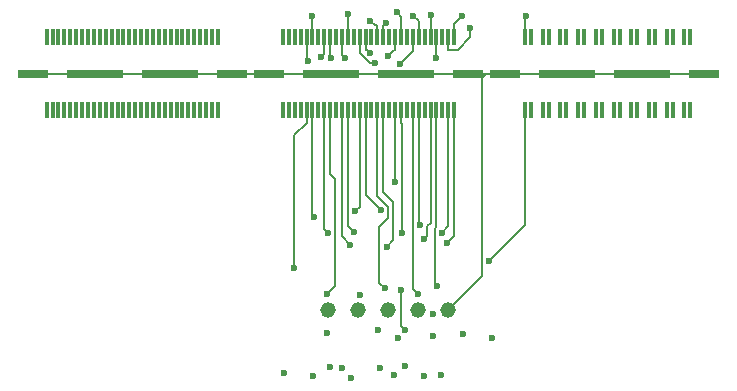
<source format=gbr>
%TF.GenerationSoftware,KiCad,Pcbnew,9.0.6*%
%TF.CreationDate,2026-01-21T19:17:09+09:00*%
%TF.ProjectId,mictorHSMC,6d696374-6f72-4485-934d-432e6b696361,rev?*%
%TF.SameCoordinates,Original*%
%TF.FileFunction,Copper,L4,Bot*%
%TF.FilePolarity,Positive*%
%FSLAX46Y46*%
G04 Gerber Fmt 4.6, Leading zero omitted, Abs format (unit mm)*
G04 Created by KiCad (PCBNEW 9.0.6) date 2026-01-21 19:17:09*
%MOMM*%
%LPD*%
G01*
G04 APERTURE LIST*
%TA.AperFunction,SMDPad,CuDef*%
%ADD10R,0.300000X1.450000*%
%TD*%
%TA.AperFunction,SMDPad,CuDef*%
%ADD11R,4.700000X0.640000*%
%TD*%
%TA.AperFunction,SMDPad,CuDef*%
%ADD12R,2.540000X0.640000*%
%TD*%
%TA.AperFunction,ComponentPad*%
%ADD13C,1.318000*%
%TD*%
%TA.AperFunction,ViaPad*%
%ADD14C,0.600000*%
%TD*%
%TA.AperFunction,Conductor*%
%ADD15C,0.200000*%
%TD*%
G04 APERTURE END LIST*
D10*
%TO.P,J2,1,1*%
%TO.N,unconnected-(J2-Pad1)*%
X185695000Y-86910000D03*
%TO.P,J2,2,2*%
%TO.N,unconnected-(J2-Pad2)*%
X185695000Y-93090000D03*
%TO.P,J2,3,3*%
%TO.N,unconnected-(J2-Pad3)*%
X185195000Y-86910000D03*
%TO.P,J2,4,4*%
%TO.N,unconnected-(J2-Pad4)*%
X185195000Y-93090000D03*
%TO.P,J2,5,5*%
%TO.N,unconnected-(J2-Pad5)*%
X184195000Y-86910000D03*
%TO.P,J2,6,6*%
%TO.N,unconnected-(J2-Pad6)*%
X184195000Y-93090000D03*
%TO.P,J2,7,7*%
%TO.N,unconnected-(J2-Pad7)*%
X183695000Y-86910000D03*
%TO.P,J2,8,8*%
%TO.N,unconnected-(J2-Pad8)*%
X183695000Y-93090000D03*
%TO.P,J2,9,9*%
%TO.N,unconnected-(J2-Pad9)*%
X182695000Y-86910000D03*
%TO.P,J2,10,10*%
%TO.N,unconnected-(J2-Pad10)*%
X182695000Y-93090000D03*
%TO.P,J2,11,11*%
%TO.N,unconnected-(J2-Pad11)*%
X182195000Y-86910000D03*
%TO.P,J2,12,12*%
%TO.N,unconnected-(J2-Pad12)*%
X182195000Y-93090000D03*
%TO.P,J2,13,13*%
%TO.N,unconnected-(J2-Pad13)*%
X181195000Y-86910000D03*
%TO.P,J2,14,14*%
%TO.N,unconnected-(J2-Pad14)*%
X181195000Y-93090000D03*
%TO.P,J2,15,15*%
%TO.N,unconnected-(J2-Pad15)*%
X180695000Y-86910000D03*
%TO.P,J2,16,16*%
%TO.N,unconnected-(J2-Pad16)*%
X180695000Y-93090000D03*
%TO.P,J2,17,17*%
%TO.N,unconnected-(J2-Pad17)*%
X179695000Y-86910000D03*
%TO.P,J2,18,18*%
%TO.N,unconnected-(J2-Pad18)*%
X179695000Y-93090000D03*
%TO.P,J2,19,19*%
%TO.N,unconnected-(J2-Pad19)*%
X179195000Y-86910000D03*
%TO.P,J2,20,20*%
%TO.N,unconnected-(J2-Pad20)*%
X179195000Y-93090000D03*
%TO.P,J2,21,21*%
%TO.N,unconnected-(J2-Pad21)*%
X178195000Y-86910000D03*
%TO.P,J2,22,22*%
%TO.N,unconnected-(J2-Pad22)*%
X178195000Y-93090000D03*
%TO.P,J2,23,23*%
%TO.N,unconnected-(J2-Pad23)*%
X177695000Y-86910000D03*
%TO.P,J2,24,24*%
%TO.N,unconnected-(J2-Pad24)*%
X177695000Y-93090000D03*
%TO.P,J2,25,25*%
%TO.N,unconnected-(J2-Pad25)*%
X176695000Y-86910000D03*
%TO.P,J2,26,26*%
%TO.N,unconnected-(J2-Pad26)*%
X176695000Y-93090000D03*
%TO.P,J2,27,27*%
%TO.N,unconnected-(J2-Pad27)*%
X176195000Y-86910000D03*
%TO.P,J2,28,28*%
%TO.N,unconnected-(J2-Pad28)*%
X176195000Y-93090000D03*
%TO.P,J2,29,29*%
%TO.N,unconnected-(J2-Pad29)*%
X175195000Y-86910000D03*
%TO.P,J2,30,30*%
%TO.N,unconnected-(J2-Pad30)*%
X175195000Y-93090000D03*
%TO.P,J2,31,31*%
%TO.N,unconnected-(J2-Pad31)*%
X174695000Y-86910000D03*
%TO.P,J2,32,32*%
%TO.N,unconnected-(J2-Pad32)*%
X174695000Y-93090000D03*
%TO.P,J2,33,33*%
%TO.N,unconnected-(J2-Pad33)*%
X173695000Y-86910000D03*
%TO.P,J2,34,34*%
%TO.N,unconnected-(J2-Pad34)*%
X173695000Y-93090000D03*
%TO.P,J2,35,35*%
%TO.N,unconnected-(J2-Pad35)*%
X173195000Y-86910000D03*
%TO.P,J2,36,36*%
%TO.N,unconnected-(J2-Pad36)*%
X173195000Y-93090000D03*
%TO.P,J2,37,37*%
%TO.N,unconnected-(J2-Pad37)*%
X172195000Y-86910000D03*
%TO.P,J2,38,38*%
%TO.N,unconnected-(J2-Pad38)*%
X172195000Y-93090000D03*
%TO.P,J2,39,39*%
%TO.N,HSM_CLKOUT0*%
X171695000Y-86910000D03*
%TO.P,J2,40,40*%
%TO.N,HSM_CLKIN0*%
X171695000Y-93090000D03*
%TO.P,J2,41,41*%
%TO.N,HSM_D0*%
X165695000Y-86910000D03*
%TO.P,J2,42,42*%
%TO.N,HSM_D1*%
X165695000Y-93090000D03*
%TO.P,J2,43,43*%
%TO.N,HSM_D2*%
X165195000Y-86910000D03*
%TO.P,J2,44,44*%
%TO.N,HSM_D3*%
X165195000Y-93090000D03*
%TO.P,J2,45,45*%
%TO.N,unconnected-(J2-Pad45)*%
X164695000Y-86910000D03*
%TO.P,J2,46,46*%
%TO.N,unconnected-(J2-Pad46)*%
X164695000Y-93090000D03*
%TO.P,J2,47,47*%
%TO.N,HSM_D4*%
X164195000Y-86910000D03*
%TO.P,J2,48,48*%
%TO.N,HSM_D5*%
X164195000Y-93090000D03*
%TO.P,J2,49,49*%
%TO.N,HSM_D6*%
X163695000Y-86910000D03*
%TO.P,J2,50,50*%
%TO.N,HSM_D7*%
X163695000Y-93090000D03*
%TO.P,J2,51,51*%
%TO.N,unconnected-(J2-Pad51)*%
X163195000Y-86910000D03*
%TO.P,J2,52,52*%
%TO.N,unconnected-(J2-Pad52)*%
X163195000Y-93090000D03*
%TO.P,J2,53,53*%
%TO.N,HSM_D8*%
X162695000Y-86910000D03*
%TO.P,J2,54,54*%
%TO.N,HSM_D9*%
X162695000Y-93090000D03*
%TO.P,J2,55,55*%
%TO.N,HSM_D10*%
X162195000Y-86910000D03*
%TO.P,J2,56,56*%
%TO.N,HSM_D11*%
X162195000Y-93090000D03*
%TO.P,J2,57,57*%
%TO.N,unconnected-(J2-Pad57)*%
X161695000Y-86910000D03*
%TO.P,J2,58,58*%
%TO.N,unconnected-(J2-Pad58)*%
X161695000Y-93090000D03*
%TO.P,J2,59,59*%
%TO.N,HSM_D12*%
X161195000Y-86910000D03*
%TO.P,J2,60,60*%
%TO.N,HSM_D13*%
X161195000Y-93090000D03*
%TO.P,J2,61,61*%
%TO.N,HSM_D14*%
X160695000Y-86910000D03*
%TO.P,J2,62,62*%
%TO.N,HSM_D15*%
X160695000Y-93090000D03*
%TO.P,J2,63,63*%
%TO.N,unconnected-(J2-Pad63)*%
X160195000Y-86910000D03*
%TO.P,J2,64,64*%
%TO.N,unconnected-(J2-Pad64)*%
X160195000Y-93090000D03*
%TO.P,J2,65,65*%
%TO.N,HSM_D16*%
X159695000Y-86910000D03*
%TO.P,J2,66,66*%
%TO.N,HSM_D17*%
X159695000Y-93090000D03*
%TO.P,J2,67,67*%
%TO.N,HSM_D18*%
X159195000Y-86910000D03*
%TO.P,J2,68,68*%
%TO.N,HSM_D19*%
X159195000Y-93090000D03*
%TO.P,J2,69,69*%
%TO.N,unconnected-(J2-Pad69)*%
X158695000Y-86910000D03*
%TO.P,J2,70,70*%
%TO.N,unconnected-(J2-Pad70)*%
X158695000Y-93090000D03*
%TO.P,J2,71,71*%
%TO.N,HSM_D20*%
X158195000Y-86910000D03*
%TO.P,J2,72,72*%
%TO.N,HSM_D21*%
X158195000Y-93090000D03*
%TO.P,J2,73,73*%
%TO.N,HSM_D22*%
X157695000Y-86910000D03*
%TO.P,J2,74,74*%
%TO.N,HSM_D23*%
X157695000Y-93090000D03*
%TO.P,J2,75,75*%
%TO.N,unconnected-(J2-Pad75)*%
X157195000Y-86910000D03*
%TO.P,J2,76,76*%
%TO.N,unconnected-(J2-Pad76)*%
X157195000Y-93090000D03*
%TO.P,J2,77,77*%
%TO.N,HSM_D24*%
X156695000Y-86910000D03*
%TO.P,J2,78,78*%
%TO.N,HSM_D25*%
X156695000Y-93090000D03*
%TO.P,J2,79,79*%
%TO.N,HSM_D26*%
X156195000Y-86910000D03*
%TO.P,J2,80,80*%
%TO.N,HSM_D27*%
X156195000Y-93090000D03*
%TO.P,J2,81,81*%
%TO.N,unconnected-(J2-Pad81)*%
X155695000Y-86910000D03*
%TO.P,J2,82,82*%
%TO.N,unconnected-(J2-Pad82)*%
X155695000Y-93090000D03*
%TO.P,J2,83,83*%
%TO.N,HSM_D28*%
X155195000Y-86910000D03*
%TO.P,J2,84,84*%
%TO.N,HSM_D29*%
X155195000Y-93090000D03*
%TO.P,J2,85,85*%
%TO.N,HSM_D30*%
X154695000Y-86910000D03*
%TO.P,J2,86,86*%
%TO.N,HSM_D31*%
X154695000Y-93090000D03*
%TO.P,J2,87,87*%
%TO.N,unconnected-(J2-Pad87)*%
X154195000Y-86910000D03*
%TO.P,J2,88,88*%
%TO.N,unconnected-(J2-Pad88)*%
X154195000Y-93090000D03*
%TO.P,J2,89,89*%
%TO.N,HSM_D32*%
X153695000Y-86910000D03*
%TO.P,J2,90,90*%
%TO.N,HSM_D33*%
X153695000Y-93090000D03*
%TO.P,J2,91,91*%
%TO.N,HSM_D34*%
X153195000Y-86910000D03*
%TO.P,J2,92,92*%
%TO.N,HSM_D35*%
X153195000Y-93090000D03*
%TO.P,J2,93,93*%
%TO.N,unconnected-(J2-Pad93)*%
X152695000Y-86910000D03*
%TO.P,J2,94,94*%
%TO.N,unconnected-(J2-Pad94)*%
X152695000Y-93090000D03*
%TO.P,J2,95,95*%
%TO.N,unconnected-(J2-Pad95)*%
X152195000Y-86910000D03*
%TO.P,J2,96,96*%
%TO.N,unconnected-(J2-Pad96)*%
X152195000Y-93090000D03*
%TO.P,J2,97,97*%
%TO.N,unconnected-(J2-Pad97)*%
X151695000Y-86910000D03*
%TO.P,J2,98,98*%
%TO.N,unconnected-(J2-Pad98)*%
X151695000Y-93090000D03*
%TO.P,J2,99,99*%
%TO.N,unconnected-(J2-Pad99)*%
X151195000Y-86910000D03*
%TO.P,J2,100,100*%
%TO.N,unconnected-(J2-Pad100)*%
X151195000Y-93090000D03*
%TO.P,J2,101,101*%
%TO.N,unconnected-(J2-Pad101)*%
X145695000Y-86910000D03*
%TO.P,J2,102,102*%
%TO.N,unconnected-(J2-Pad102)*%
X145695000Y-93090000D03*
%TO.P,J2,103,103*%
%TO.N,unconnected-(J2-Pad103)*%
X145195000Y-86910000D03*
%TO.P,J2,104,104*%
%TO.N,unconnected-(J2-Pad104)*%
X145195000Y-93090000D03*
%TO.P,J2,105,105*%
%TO.N,unconnected-(J2-Pad105)*%
X144695000Y-86910000D03*
%TO.P,J2,106,106*%
%TO.N,unconnected-(J2-Pad106)*%
X144695000Y-93090000D03*
%TO.P,J2,107,107*%
%TO.N,unconnected-(J2-Pad107)*%
X144195000Y-86910000D03*
%TO.P,J2,108,108*%
%TO.N,unconnected-(J2-Pad108)*%
X144195000Y-93090000D03*
%TO.P,J2,109,109*%
%TO.N,unconnected-(J2-Pad109)*%
X143695000Y-86910000D03*
%TO.P,J2,110,110*%
%TO.N,unconnected-(J2-Pad110)*%
X143695000Y-93090000D03*
%TO.P,J2,111,111*%
%TO.N,unconnected-(J2-Pad111)*%
X143195000Y-86910000D03*
%TO.P,J2,112,112*%
%TO.N,unconnected-(J2-Pad112)*%
X143195000Y-93090000D03*
%TO.P,J2,113,113*%
%TO.N,unconnected-(J2-Pad113)*%
X142695000Y-86910000D03*
%TO.P,J2,114,114*%
%TO.N,unconnected-(J2-Pad114)*%
X142695000Y-93090000D03*
%TO.P,J2,115,115*%
%TO.N,unconnected-(J2-Pad115)*%
X142195000Y-86910000D03*
%TO.P,J2,116,116*%
%TO.N,unconnected-(J2-Pad116)*%
X142195000Y-93090000D03*
%TO.P,J2,117,117*%
%TO.N,unconnected-(J2-Pad117)*%
X141695000Y-86910000D03*
%TO.P,J2,118,118*%
%TO.N,unconnected-(J2-Pad118)*%
X141695000Y-93090000D03*
%TO.P,J2,119,119*%
%TO.N,unconnected-(J2-Pad119)*%
X141195000Y-86910000D03*
%TO.P,J2,120,120*%
%TO.N,unconnected-(J2-Pad120)*%
X141195000Y-93090000D03*
%TO.P,J2,121,121*%
%TO.N,unconnected-(J2-Pad121)*%
X140695000Y-86910000D03*
%TO.P,J2,122,122*%
%TO.N,unconnected-(J2-Pad122)*%
X140695000Y-93090000D03*
%TO.P,J2,123,123*%
%TO.N,unconnected-(J2-Pad123)*%
X140195000Y-86910000D03*
%TO.P,J2,124,124*%
%TO.N,unconnected-(J2-Pad124)*%
X140195000Y-93090000D03*
%TO.P,J2,125,125*%
%TO.N,unconnected-(J2-Pad125)*%
X139695000Y-86910000D03*
%TO.P,J2,126,126*%
%TO.N,unconnected-(J2-Pad126)*%
X139695000Y-93090000D03*
%TO.P,J2,127,127*%
%TO.N,unconnected-(J2-Pad127)*%
X139195000Y-86910000D03*
%TO.P,J2,128,128*%
%TO.N,unconnected-(J2-Pad128)*%
X139195000Y-93090000D03*
%TO.P,J2,129,129*%
%TO.N,unconnected-(J2-Pad129)*%
X138695000Y-86910000D03*
%TO.P,J2,130,130*%
%TO.N,unconnected-(J2-Pad130)*%
X138695000Y-93090000D03*
%TO.P,J2,131,131*%
%TO.N,unconnected-(J2-Pad131)*%
X138195000Y-86910000D03*
%TO.P,J2,132,132*%
%TO.N,unconnected-(J2-Pad132)*%
X138195000Y-93090000D03*
%TO.P,J2,133,133*%
%TO.N,unconnected-(J2-Pad133)*%
X137695000Y-86910000D03*
%TO.P,J2,134,134*%
%TO.N,unconnected-(J2-Pad134)*%
X137695000Y-93090000D03*
%TO.P,J2,135,135*%
%TO.N,unconnected-(J2-Pad135)*%
X137195000Y-86910000D03*
%TO.P,J2,136,136*%
%TO.N,unconnected-(J2-Pad136)*%
X137195000Y-93090000D03*
%TO.P,J2,137,137*%
%TO.N,unconnected-(J2-Pad137)*%
X136695000Y-86910000D03*
%TO.P,J2,138,138*%
%TO.N,unconnected-(J2-Pad138)*%
X136695000Y-93090000D03*
%TO.P,J2,139,139*%
%TO.N,unconnected-(J2-Pad139)*%
X136195000Y-86910000D03*
%TO.P,J2,140,140*%
%TO.N,unconnected-(J2-Pad140)*%
X136195000Y-93090000D03*
%TO.P,J2,141,141*%
%TO.N,unconnected-(J2-Pad141)*%
X135695000Y-86910000D03*
%TO.P,J2,142,142*%
%TO.N,unconnected-(J2-Pad142)*%
X135695000Y-93090000D03*
%TO.P,J2,143,143*%
%TO.N,unconnected-(J2-Pad143)*%
X135195000Y-86910000D03*
%TO.P,J2,144,144*%
%TO.N,unconnected-(J2-Pad144)*%
X135195000Y-93090000D03*
%TO.P,J2,145,145*%
%TO.N,unconnected-(J2-Pad145)*%
X134695000Y-86910000D03*
%TO.P,J2,146,146*%
%TO.N,unconnected-(J2-Pad146)*%
X134695000Y-93090000D03*
%TO.P,J2,147,147*%
%TO.N,unconnected-(J2-Pad147)*%
X134195000Y-86910000D03*
%TO.P,J2,148,148*%
%TO.N,unconnected-(J2-Pad148)*%
X134195000Y-93090000D03*
%TO.P,J2,149,149*%
%TO.N,unconnected-(J2-Pad149)*%
X133695000Y-86910000D03*
%TO.P,J2,150,150*%
%TO.N,unconnected-(J2-Pad150)*%
X133695000Y-93090000D03*
%TO.P,J2,151,151*%
%TO.N,unconnected-(J2-Pad151)*%
X133195000Y-86910000D03*
%TO.P,J2,152,152*%
%TO.N,unconnected-(J2-Pad152)*%
X133195000Y-93090000D03*
%TO.P,J2,153,153*%
%TO.N,unconnected-(J2-Pad153)*%
X132695000Y-86910000D03*
%TO.P,J2,154,154*%
%TO.N,unconnected-(J2-Pad154)*%
X132695000Y-93090000D03*
%TO.P,J2,155,155*%
%TO.N,unconnected-(J2-Pad155)*%
X132195000Y-86910000D03*
%TO.P,J2,156,156*%
%TO.N,unconnected-(J2-Pad156)*%
X132195000Y-93090000D03*
%TO.P,J2,157,157*%
%TO.N,unconnected-(J2-Pad157)*%
X131695000Y-86910000D03*
%TO.P,J2,158,158*%
%TO.N,unconnected-(J2-Pad158)*%
X131695000Y-93090000D03*
%TO.P,J2,159,159*%
%TO.N,unconnected-(J2-Pad159)*%
X131195000Y-86910000D03*
%TO.P,J2,160,160*%
%TO.N,unconnected-(J2-Pad160)*%
X131195000Y-93090000D03*
D11*
%TO.P,J2,S6,SHIELD*%
%TO.N,GND*%
X161620000Y-90000000D03*
%TO.P,J2,S7,SHIELD*%
X155270000Y-90000000D03*
D12*
%TO.P,J2,S5,SHIELD*%
X166890000Y-90000000D03*
%TO.P,J2,S4,SHIELD*%
X170000000Y-90000000D03*
%TO.P,J2,S8,SHIELD*%
X150000000Y-90000000D03*
D11*
%TO.P,J2,S3,SHIELD*%
X175270000Y-90000000D03*
%TO.P,J2,S2,SHIELD*%
X181620000Y-90000000D03*
D12*
%TO.P,J2,S1,SHIELD*%
X186890000Y-90000000D03*
%TO.P,J2,S9,SHIELD*%
X146890000Y-90000000D03*
D11*
%TO.P,J2,S10,SHIELD*%
X141620000Y-90000000D03*
%TO.P,J2,S11,SHIELD*%
X135270000Y-90000000D03*
D12*
%TO.P,J2,S12,SHIELD*%
X130000000Y-90000000D03*
%TD*%
D13*
%TO.P,J1,S1,SHIELD*%
%TO.N,GND*%
X165160000Y-110000000D03*
%TO.P,J1,S2,SHIELD*%
X162620000Y-110000000D03*
%TO.P,J1,S3,SHIELD*%
X160080000Y-110000000D03*
%TO.P,J1,S4,SHIELD*%
X157540000Y-110000000D03*
%TO.P,J1,S5,SHIELD*%
X155000000Y-110000000D03*
%TD*%
D14*
%TO.N,HSM_D29*%
X154928200Y-108659400D03*
%TO.N,HSM_D6*%
X163889700Y-110307000D03*
X163733900Y-85037500D03*
%TO.N,HSM_D1*%
X165110100Y-104330800D03*
%TO.N,HSM_D9*%
X162821800Y-102830400D03*
%TO.N,HSM_D2*%
X164620200Y-115506500D03*
X167053500Y-86109400D03*
%TO.N,HSM_D18*%
X158608800Y-85491100D03*
X159395800Y-114861900D03*
%TO.N,HSM_D30*%
X155184300Y-114776100D03*
X154441900Y-88564100D03*
%TO.N,HSM_D25*%
X157207400Y-103392800D03*
%TO.N,HSM_D28*%
X155299000Y-88657500D03*
X154915900Y-111960200D03*
%TO.N,HSM_D33*%
X153793800Y-102123100D03*
%TO.N,HSM_D24*%
X156695000Y-84930900D03*
X157000800Y-115756700D03*
%TO.N,HSM_D31*%
X154984600Y-103435700D03*
%TO.N,HSM_D19*%
X159830200Y-108161200D03*
%TO.N,HSM_D10*%
X161149600Y-89144700D03*
X161208400Y-108315900D03*
X161508600Y-111684700D03*
%TO.N,HSM_D11*%
X162627500Y-108623700D03*
%TO.N,HSM_D15*%
X160717300Y-99167600D03*
%TO.N,HSM_D21*%
X159492200Y-101509600D03*
%TO.N,HSM_D5*%
X164205100Y-107970700D03*
%TO.N,HSM_D34*%
X153780200Y-115563100D03*
X153345900Y-88940300D03*
%TO.N,HSM_D14*%
X160053800Y-88452000D03*
X160933800Y-112359700D03*
%TO.N,HSM_D3*%
X164645300Y-103435700D03*
%TO.N,HSM_D13*%
X161300600Y-103435600D03*
%TO.N,HSM_D35*%
X152107300Y-106416200D03*
%TO.N,HSM_D26*%
X156473800Y-88658700D03*
X156236400Y-114915200D03*
%TO.N,HSM_CLKIN0*%
X168660200Y-105808100D03*
%TO.N,HSM_D32*%
X151325300Y-115357700D03*
X153663000Y-85123700D03*
%TO.N,HSM_D22*%
X160589700Y-115516000D03*
X159001500Y-89103200D03*
%TO.N,HSM_D7*%
X163111700Y-104015300D03*
%TO.N,HSM_CLKOUT0*%
X171819900Y-85123700D03*
X168892100Y-112378500D03*
%TO.N,HSM_D0*%
X166451700Y-112054400D03*
X166332300Y-85123700D03*
%TO.N,HSM_D20*%
X157716200Y-108712900D03*
X158599800Y-88234600D03*
%TO.N,HSM_D17*%
X159969500Y-104614500D03*
%TO.N,HSM_D27*%
X156889800Y-104459200D03*
%TO.N,HSM_D23*%
X157327600Y-101601600D03*
%TO.N,HSM_D4*%
X164185100Y-88683200D03*
X163872100Y-112157800D03*
%TO.N,HSM_D12*%
X161547400Y-114692900D03*
X160825300Y-84783500D03*
%TO.N,HSM_D16*%
X159238700Y-111655700D03*
X159909800Y-85672700D03*
%TO.N,HSM_D8*%
X162223200Y-85064800D03*
X163130000Y-115552700D03*
%TD*%
D15*
%TO.N,HSM_D29*%
X155195000Y-98462500D02*
X155195000Y-93090000D01*
X155599100Y-98866600D02*
X155195000Y-98462500D01*
X155599100Y-107988500D02*
X155599100Y-98866600D01*
X154928200Y-108659400D02*
X155599100Y-107988500D01*
%TO.N,HSM_D6*%
X163695000Y-85076400D02*
X163695000Y-86910000D01*
X163733900Y-85037500D02*
X163695000Y-85076400D01*
%TO.N,HSM_D1*%
X165695000Y-103745900D02*
X165110100Y-104330800D01*
X165695000Y-93090000D02*
X165695000Y-103745900D01*
%TO.N,HSM_D9*%
X162695000Y-102703600D02*
X162695000Y-93090000D01*
X162821800Y-102830400D02*
X162695000Y-102703600D01*
%TO.N,HSM_D2*%
X167053400Y-86109400D02*
X167053500Y-86109400D01*
X167053400Y-86869900D02*
X167053400Y-86109400D01*
X165986600Y-87936700D02*
X167053400Y-86869900D01*
X165195000Y-87936700D02*
X165986600Y-87936700D01*
X165195000Y-86910000D02*
X165195000Y-87936700D01*
%TO.N,HSM_D18*%
X159001000Y-85883300D02*
X158608800Y-85491100D01*
X159195000Y-85883300D02*
X159001000Y-85883300D01*
X159195000Y-86910000D02*
X159195000Y-85883300D01*
%TO.N,HSM_D30*%
X154695000Y-88311000D02*
X154441900Y-88564100D01*
X154695000Y-86910000D02*
X154695000Y-88311000D01*
%TO.N,HSM_D25*%
X156695000Y-102880400D02*
X156695000Y-93090000D01*
X157207400Y-103392800D02*
X156695000Y-102880400D01*
%TO.N,HSM_D28*%
X155195000Y-88553500D02*
X155195000Y-86910000D01*
X155299000Y-88657500D02*
X155195000Y-88553500D01*
%TO.N,HSM_D33*%
X153695000Y-102024300D02*
X153793800Y-102123100D01*
X153695000Y-93090000D02*
X153695000Y-102024300D01*
%TO.N,HSM_D24*%
X156695000Y-84930900D02*
X156695000Y-86910000D01*
%TO.N,HSM_D31*%
X154695000Y-103146100D02*
X154695000Y-93090000D01*
X154984600Y-103435700D02*
X154695000Y-103146100D01*
%TO.N,HSM_D19*%
X159195000Y-100335800D02*
X159195000Y-93090000D01*
X160123500Y-101264300D02*
X159195000Y-100335800D01*
X160123500Y-102179000D02*
X160123500Y-101264300D01*
X159329400Y-102973100D02*
X160123500Y-102179000D01*
X159329400Y-107660400D02*
X159329400Y-102973100D01*
X159830200Y-108161200D02*
X159329400Y-107660400D01*
%TO.N,HSM_D10*%
X162195000Y-88099300D02*
X161149600Y-89144700D01*
X162195000Y-86910000D02*
X162195000Y-88099300D01*
X161208400Y-111384500D02*
X161508600Y-111684700D01*
X161208400Y-108315900D02*
X161208400Y-111384500D01*
%TO.N,HSM_D11*%
X162195000Y-93090000D02*
X162195000Y-94116700D01*
X162195000Y-108191200D02*
X162195000Y-94116700D01*
X162627500Y-108623700D02*
X162195000Y-108191200D01*
%TO.N,HSM_D15*%
X160695000Y-99145300D02*
X160695000Y-93090000D01*
X160717300Y-99167600D02*
X160695000Y-99145300D01*
X160717300Y-99167600D02*
X160698800Y-99186100D01*
X160698800Y-99186100D02*
X160717300Y-99167600D01*
%TO.N,HSM_D21*%
X158195000Y-100212400D02*
X159492200Y-101509600D01*
X158195000Y-93090000D02*
X158195000Y-100212400D01*
%TO.N,HSM_D5*%
X164195000Y-102953400D02*
X164195000Y-93090000D01*
X164043600Y-103104800D02*
X164195000Y-102953400D01*
X164043600Y-107809200D02*
X164043600Y-103104800D01*
X164205100Y-107970700D02*
X164043600Y-107809200D01*
%TO.N,HSM_D34*%
X153195000Y-88789400D02*
X153345900Y-88940300D01*
X153195000Y-86910000D02*
X153195000Y-88789400D01*
%TO.N,HSM_D14*%
X160695000Y-86910000D02*
X160695000Y-87936700D01*
X160569100Y-87936700D02*
X160053100Y-88452700D01*
X160695000Y-87936700D02*
X160569100Y-87936700D01*
X160053100Y-88452700D02*
X160053800Y-88452000D01*
%TO.N,HSM_D3*%
X165195000Y-102886000D02*
X164645300Y-103435700D01*
X165195000Y-93090000D02*
X165195000Y-102886000D01*
%TO.N,HSM_D13*%
X161195000Y-93090000D02*
X161195000Y-94116700D01*
X161319000Y-94240700D02*
X161195000Y-94116700D01*
X161319000Y-103417200D02*
X161319000Y-94240700D01*
X161300600Y-103435600D02*
X161319000Y-103417200D01*
%TO.N,HSM_D35*%
X152107300Y-95204400D02*
X152107300Y-106416200D01*
X153195000Y-94116700D02*
X152107300Y-95204400D01*
X153195000Y-93090000D02*
X153195000Y-94116700D01*
%TO.N,HSM_D26*%
X156195000Y-88377500D02*
X156475000Y-88657500D01*
X156195000Y-86910000D02*
X156195000Y-88377500D01*
X156475000Y-88657500D02*
X156473800Y-88658700D01*
%TO.N,HSM_CLKIN0*%
X171695000Y-102773300D02*
X168660200Y-105808100D01*
X171695000Y-93090000D02*
X171695000Y-102773300D01*
%TO.N,HSM_D32*%
X153695000Y-85155700D02*
X153695000Y-86910000D01*
X153663000Y-85123700D02*
X153695000Y-85155700D01*
%TO.N,HSM_D22*%
X157695000Y-86910000D02*
X157695000Y-87936700D01*
X158582100Y-89103200D02*
X158817400Y-89103200D01*
X157695000Y-88216100D02*
X158582100Y-89103200D01*
X157695000Y-87936700D02*
X157695000Y-88216100D01*
X158817400Y-89103200D02*
X159001500Y-89103200D01*
X159001500Y-89103200D02*
X158817400Y-89103200D01*
X158817400Y-89103200D02*
X159001500Y-89103200D01*
%TO.N,HSM_D7*%
X163695000Y-102588600D02*
X163695000Y-93090000D01*
X163423500Y-102860100D02*
X163695000Y-102588600D01*
X163423500Y-103703500D02*
X163423500Y-102860100D01*
X163111700Y-104015300D02*
X163423500Y-103703500D01*
%TO.N,GND*%
X181620000Y-90000000D02*
X186890000Y-90000000D01*
X155270000Y-90000000D02*
X150000000Y-90000000D01*
X146890000Y-90000000D02*
X150000000Y-90000000D01*
X146890000Y-90000000D02*
X141620000Y-90000000D01*
X141620000Y-90000000D02*
X135270000Y-90000000D01*
X130000000Y-90000000D02*
X135270000Y-90000000D01*
X175270000Y-90000000D02*
X170000000Y-90000000D01*
X181620000Y-90000000D02*
X175270000Y-90000000D01*
X155270000Y-90000000D02*
X161620000Y-90000000D01*
X161620000Y-90000000D02*
X166890000Y-90000000D01*
X170000000Y-90000000D02*
X168428300Y-90000000D01*
X166890000Y-90000000D02*
X168428300Y-90000000D01*
X168058500Y-107101500D02*
X165160000Y-110000000D01*
X168058500Y-90369800D02*
X168058500Y-107101500D01*
X168428300Y-90000000D02*
X168058500Y-90369800D01*
%TO.N,HSM_CLKOUT0*%
X171695000Y-85248600D02*
X171695000Y-86910000D01*
X171819900Y-85123700D02*
X171695000Y-85248600D01*
%TO.N,HSM_D0*%
X165695000Y-85761000D02*
X165695000Y-86910000D01*
X166332300Y-85123700D02*
X165695000Y-85761000D01*
%TO.N,HSM_D20*%
X158195000Y-86910000D02*
X158195000Y-87936700D01*
X158301900Y-87936700D02*
X158599800Y-88234600D01*
X158195000Y-87936700D02*
X158301900Y-87936700D01*
%TO.N,HSM_D17*%
X159695000Y-100034600D02*
X159695000Y-93090000D01*
X160525200Y-100864800D02*
X159695000Y-100034600D01*
X160525200Y-104058800D02*
X160525200Y-100864800D01*
X159969500Y-104614500D02*
X160525200Y-104058800D01*
%TO.N,HSM_D27*%
X156195000Y-103764400D02*
X156889800Y-104459200D01*
X156195000Y-93090000D02*
X156195000Y-103764400D01*
%TO.N,HSM_D23*%
X157695000Y-101234200D02*
X157695000Y-93090000D01*
X157327600Y-101601600D02*
X157695000Y-101234200D01*
%TO.N,HSM_D4*%
X164195000Y-88673300D02*
X164195000Y-86910000D01*
X164185100Y-88683200D02*
X164195000Y-88673300D01*
%TO.N,HSM_D12*%
X161195000Y-85153200D02*
X161195000Y-86910000D01*
X160825300Y-84783500D02*
X161195000Y-85153200D01*
%TO.N,HSM_D16*%
X159699200Y-85883300D02*
X159909800Y-85672700D01*
X159695000Y-85883300D02*
X159699200Y-85883300D01*
X159695000Y-86910000D02*
X159695000Y-85883300D01*
%TO.N,HSM_D8*%
X162695000Y-85536600D02*
X162695000Y-86910000D01*
X162223200Y-85064800D02*
X162695000Y-85536600D01*
%TD*%
M02*

</source>
